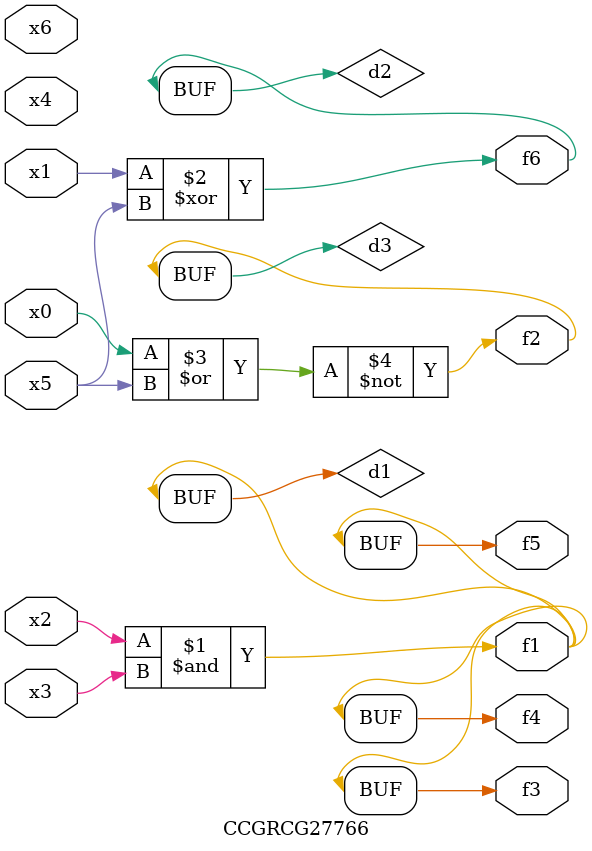
<source format=v>
module CCGRCG27766(
	input x0, x1, x2, x3, x4, x5, x6,
	output f1, f2, f3, f4, f5, f6
);

	wire d1, d2, d3;

	and (d1, x2, x3);
	xor (d2, x1, x5);
	nor (d3, x0, x5);
	assign f1 = d1;
	assign f2 = d3;
	assign f3 = d1;
	assign f4 = d1;
	assign f5 = d1;
	assign f6 = d2;
endmodule

</source>
